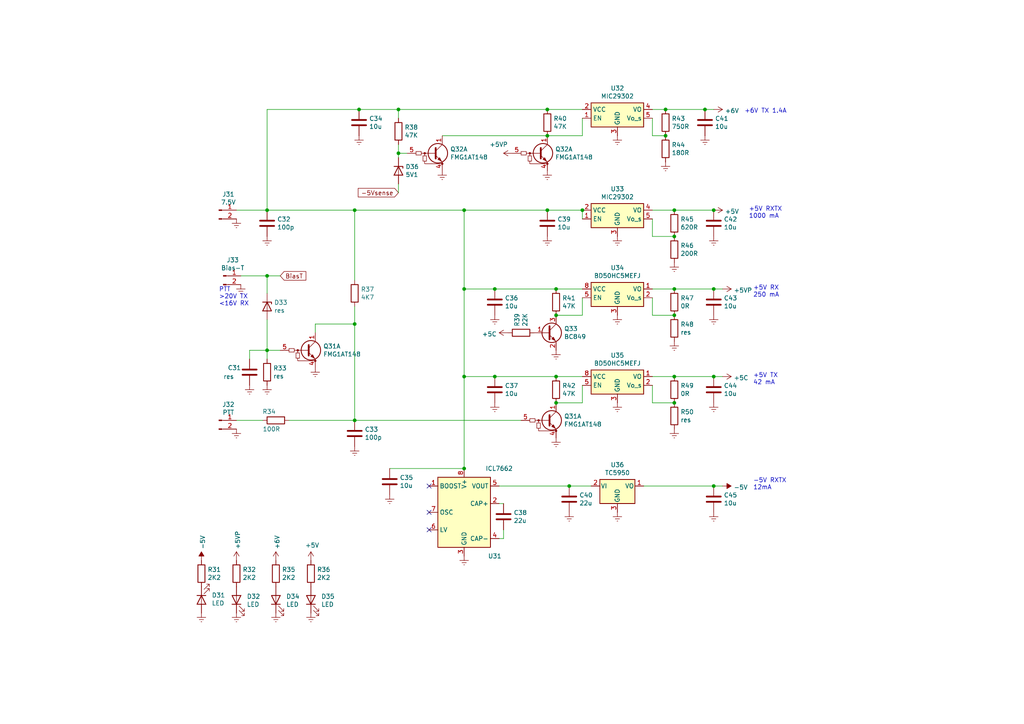
<source format=kicad_sch>
(kicad_sch (version 20211123) (generator eeschema)
  (paper "A4")
  (lib_symbols
    (symbol "Connector:Conn_01x02_Male" (pin_names (offset 1.016) hide)
      (property "Reference" "J" (at 0 2.54 0))
      (property "Value" "Conn_01x02_Male" (at 0 -5.08 0))
      (symbol "Conn_01x02_Male_1_1"
        (polyline (pts (xy 1.27 -2.54) (xy 0.8636 -2.54)) (stroke (width 0.1524)))
        (polyline (pts (xy 1.27 0) (xy 0.8636 0)) (stroke (width 0.1524)))
        (rectangle (start 0.8636 -2.413) (end 0 -2.667) (stroke (width 0.1524)) (fill (type outline)))
        (rectangle (start 0.8636 0.127) (end 0 -0.127) (stroke (width 0.1524)) (fill (type outline)))
        (pin passive line (at 5.08 0 180) (length 3.81) (name "Pin_1") (number "1"))
        (pin passive line (at 5.08 -2.54 180) (length 3.81) (name "Pin_2") (number "2"))
      )
    )
    (symbol "Converter_DCDC:TC7662Bx0A"
      (property "Reference" "U" (at -6.35 11.43 0))
      (property "Value" "TC7662Bx0A" (at 7.62 11.43 0))
      (symbol "TC7662Bx0A_0_1"
        (rectangle (start -7.62 10.16) (end 7.62 -10.16) (stroke (width 0.254)) (fill (type background)))
      )
      (symbol "TC7662Bx0A_1_1"
        (pin input line (at -10.16 7.62 0) (length 2.54) (name "BOOST") (number "1"))
        (pin passive line (at 10.16 2.54 180) (length 2.54) (name "CAP+") (number "2"))
        (pin power_in line (at 0 -12.7 90) (length 2.54) (name "GND") (number "3"))
        (pin passive line (at 10.16 -7.62 180) (length 2.54) (name "CAP-") (number "4"))
        (pin power_out line (at 10.16 7.62 180) (length 2.54) (name "VOUT") (number "5"))
        (pin input line (at -10.16 -5.08 0) (length 2.54) (name "LV") (number "6"))
        (pin passive line (at -10.16 0 0) (length 2.54) (name "OSC") (number "7"))
        (pin power_in line (at 0 12.7 270) (length 2.54) (name "V+") (number "8"))
      )
    )
    (symbol "Device:C" (pin_numbers hide) (pin_names (offset 0.254))
      (property "Reference" "C" (at 0.635 2.54 0))
      (property "Value" "C" (at 0.635 -2.54 0))
      (symbol "C_0_1"
        (polyline (pts (xy -2.032 -0.762) (xy 2.032 -0.762)) (stroke (width 0.508)))
        (polyline (pts (xy -2.032 0.762) (xy 2.032 0.762)) (stroke (width 0.508)))
      )
      (symbol "C_1_1"
        (pin passive line (at 0 3.81 270) (length 2.794) (name "~") (number "1"))
        (pin passive line (at 0 -3.81 90) (length 2.794) (name "~") (number "2"))
      )
    )
    (symbol "Device:D_Zener" (pin_numbers hide) (pin_names (offset 1.016) hide)
      (property "Reference" "D" (at 0 2.54 0))
      (property "Value" "D_Zener" (at 0 -2.54 0))
      (symbol "D_Zener_0_1"
        (polyline (pts (xy 1.27 0) (xy -1.27 0)))
        (polyline (pts (xy -1.27 -1.27) (xy -1.27 1.27) (xy -0.762 1.27)) (stroke (width 0.254)))
        (polyline (pts (xy 1.27 -1.27) (xy 1.27 1.27) (xy -1.27 0) (xy 1.27 -1.27)) (stroke (width 0.254)))
      )
      (symbol "D_Zener_1_1"
        (pin passive line (at -3.81 0 0) (length 2.54) (name "K") (number "1"))
        (pin passive line (at 3.81 0 180) (length 2.54) (name "A") (number "2"))
      )
    )
    (symbol "Device:LED" (pin_numbers hide) (pin_names (offset 1.016) hide)
      (property "Reference" "D" (at 0 2.54 0))
      (property "Value" "LED" (at 0 -2.54 0))
      (symbol "LED_0_1"
        (polyline (pts (xy -1.27 -1.27) (xy -1.27 1.27)) (stroke (width 0.254)))
        (polyline (pts (xy -1.27 0) (xy 1.27 0)))
        (polyline (pts (xy 1.27 -1.27) (xy 1.27 1.27) (xy -1.27 0) (xy 1.27 -1.27)) (stroke (width 0.254)))
        (polyline (pts (xy -3.048 -0.762) (xy -4.572 -2.286) (xy -3.81 -2.286) (xy -4.572 -2.286) (xy -4.572 -1.524)))
        (polyline (pts (xy -1.778 -0.762) (xy -3.302 -2.286) (xy -2.54 -2.286) (xy -3.302 -2.286) (xy -3.302 -1.524)))
      )
      (symbol "LED_1_1"
        (pin passive line (at -3.81 0 0) (length 2.54) (name "K") (number "1"))
        (pin passive line (at 3.81 0 180) (length 2.54) (name "A") (number "2"))
      )
    )
    (symbol "Device:R" (pin_numbers hide) (pin_names (offset 0))
      (property "Reference" "R" (at 2.032 0 90))
      (property "Value" "R" (at 0 0 90))
      (symbol "R_0_1"
        (rectangle (start -1.016 -2.54) (end 1.016 2.54) (stroke (width 0.254)))
      )
      (symbol "R_1_1"
        (pin passive line (at 0 3.81 270) (length 1.27) (name "~") (number "1"))
        (pin passive line (at 0 -3.81 90) (length 1.27) (name "~") (number "2"))
      )
    )
    (symbol "Maarten_Kicad5:FMG1" (pin_names hide)
      (property "Reference" "Q" (at 3.81 1.27 0))
      (property "Value" "Maarten_Kicad5_FMG1" (at 3.81 -1.27 0))
      (symbol "FMG1_0_1"
        (rectangle (start -6.35 0.508) (end -4.826 -0.508))
        (rectangle (start -4.318 -2.286) (end -3.302 -0.762))
        (circle (center -3.81 0) (radius 0.254) (fill (type outline)))
        (polyline (pts (xy -3.81 -0.762) (xy -3.81 0)))
        (polyline (pts (xy -0.762 0) (xy -4.826 0)))
        (polyline (pts (xy -0.635 1.524) (xy -0.635 -1.524)) (stroke (width 0.508)))
        (polyline (pts (xy -3.81 -2.286) (xy -3.81 -3.048) (xy 1.27 -3.048)))
        (circle (center 1.27 -3.048) (radius 0.254) (fill (type outline)))
      )
      (symbol "FMG1_1_1"
        (polyline (pts (xy -0.635 0.635) (xy 1.27 2.54)))
        (polyline (pts (xy -0.635 -0.635) (xy 1.27 -2.54) (xy 1.27 -2.54)))
        (polyline (pts (xy 0 -1.778) (xy 0.508 -1.27) (xy 1.016 -2.286) (xy 0 -1.778) (xy 0 -1.778)) (fill (type outline)))
        (circle (center 0 0) (radius 2.8194) (stroke (width 0.254)))
        (pin passive line (at 1.27 5.08 270) (length 2.54) (name "C1") (number "1"))
        (pin passive line (at 1.27 -5.08 90) (length 2.54) (name "E1") (number "4"))
        (pin input line (at -8.89 0 0) (length 2.54) (name "B1") (number "5"))
      )
      (symbol "FMG1_2_1"
        (polyline (pts (xy -0.635 0.635) (xy 1.27 2.54)))
        (polyline (pts (xy -0.635 -0.635) (xy 1.27 -2.54) (xy 1.27 -2.54)))
        (polyline (pts (xy 0 -1.778) (xy 0.508 -1.27) (xy 1.016 -2.286) (xy 0 -1.778) (xy 0 -1.778)) (fill (type outline)))
        (circle (center 0 0) (radius 2.8194) (stroke (width 0.254)))
        (pin passive line (at 1.27 5.08 270) (length 2.54) (name "C1") (number "2"))
        (pin input line (at -8.89 0 0) (length 2.54) (name "B1") (number "3"))
        (pin passive line (at 1.27 -5.08 90) (length 2.54) (name "E1") (number "4"))
      )
    )
    (symbol "Maarten_Kicad5:MIC29302"
      (property "Reference" "U" (at 0 6.35 0))
      (property "Value" "Maarten_Kicad5_MIC29302" (at 0 3.81 0))
      (symbol "MIC29302_1_1"
        (rectangle (start -7.62 -5.08) (end 7.62 1.905) (stroke (width 0.254)) (fill (type background)))
        (pin input line (at -10.16 -2.54 0) (length 2.54) (name "EN") (number "1"))
        (pin power_in line (at -10.16 0 0) (length 2.54) (name "VCC") (number "2"))
        (pin power_in line (at 0 -7.62 90) (length 2.54) (name "GND") (number "3"))
        (pin power_out line (at 10.16 0 180) (length 2.54) (name "VO") (number "4"))
        (pin input line (at 10.16 -2.54 180) (length 2.54) (name "Vo_s") (number "5"))
        (pin passive line (at 0 -7.62 90) (length 2.54) hide (name "GND") (number "6"))
      )
    )
    (symbol "Maarten_Kicad5:TC5950" (pin_names (offset 0.254))
      (property "Reference" "U" (at -3.81 -3.175 0))
      (property "Value" "Maarten_Kicad5_TC5950" (at 0 -3.175 0))
      (symbol "TC5950_0_1"
        (rectangle (start -5.08 5.08) (end 5.08 -1.905) (stroke (width 0.254)) (fill (type background)))
      )
      (symbol "TC5950_1_1"
        (pin power_out line (at 7.62 0 180) (length 2.54) (name "VO") (number "1"))
        (pin power_in line (at -7.62 0 0) (length 2.54) (name "VI") (number "2"))
        (pin power_in line (at 0 7.62 270) (length 2.54) (name "GND") (number "3"))
      )
    )
    (symbol "Regulator_Linear:BD60GA5WEFJ"
      (property "Reference" "U" (at 0 6.35 0))
      (property "Value" "BD60GA5WEFJ" (at 0 3.81 0))
      (symbol "BD60GA5WEFJ_1_1"
        (rectangle (start -7.62 -5.08) (end 7.62 1.905) (stroke (width 0.254)) (fill (type background)))
        (pin power_out line (at 10.16 0 180) (length 2.54) (name "VO") (number "1"))
        (pin input line (at 10.16 -2.54 180) (length 2.54) (name "Vo_s") (number "2"))
        (pin power_in line (at 0 -7.62 90) (length 2.54) (name "GND") (number "3"))
        (pin passive line (at 0 -7.62 90) (length 2.54) hide (name "GND") (number "4"))
        (pin input line (at -10.16 -2.54 0) (length 2.54) (name "EN") (number "5"))
        (pin passive line (at 0 -7.62 90) (length 2.54) hide (name "GND") (number "6"))
        (pin passive line (at 0 -7.62 90) (length 2.54) hide (name "GND") (number "7"))
        (pin power_in line (at -10.16 0 0) (length 2.54) (name "VCC") (number "8"))
        (pin passive line (at 0 -7.62 90) (length 2.54) hide (name "GND") (number "9"))
      )
    )
    (symbol "Transistor_BJT:BC849" (pin_names (offset 0) hide)
      (property "Reference" "Q" (at 5.08 1.905 0))
      (property "Value" "BC849" (at 5.08 0 0))
      (symbol "BC849_0_1"
        (polyline (pts (xy 0.635 0.635) (xy 2.54 2.54)))
        (polyline (pts (xy 0.635 -0.635) (xy 2.54 -2.54) (xy 2.54 -2.54)))
        (polyline (pts (xy 0.635 1.905) (xy 0.635 -1.905) (xy 0.635 -1.905)) (stroke (width 0.508)))
        (polyline (pts (xy 1.27 -1.778) (xy 1.778 -1.27) (xy 2.286 -2.286) (xy 1.27 -1.778) (xy 1.27 -1.778)) (fill (type outline)))
        (circle (center 1.27 0) (radius 2.8194) (stroke (width 0.254)))
      )
      (symbol "BC849_1_1"
        (pin input line (at -5.08 0 0) (length 5.715) (name "B") (number "1"))
        (pin passive line (at 2.54 -5.08 90) (length 2.54) (name "E") (number "2"))
        (pin passive line (at 2.54 5.08 270) (length 2.54) (name "C") (number "3"))
      )
    )
    (symbol "power:+5C" (power) (pin_names (offset 0))
      (property "Value" "+5C" (at 0 3.556 0))
      (symbol "+5C_0_1"
        (polyline (pts (xy -0.762 1.27) (xy 0 2.54)))
        (polyline (pts (xy 0 0) (xy 0 2.54)))
        (polyline (pts (xy 0 2.54) (xy 0.762 1.27)))
      )
      (symbol "+5C_1_1"
        (pin power_in line (at 0 0 90) (length 0) hide (name "+5C") (number "1"))
      )
    )
    (symbol "power:+5V" (power) (pin_names (offset 0))
      (property "Value" "+5V" (at 0 3.556 0))
      (symbol "+5V_0_1"
        (polyline (pts (xy -0.762 1.27) (xy 0 2.54)))
        (polyline (pts (xy 0 0) (xy 0 2.54)))
        (polyline (pts (xy 0 2.54) (xy 0.762 1.27)))
      )
      (symbol "+5V_1_1"
        (pin power_in line (at 0 0 90) (length 0) hide (name "+5V") (number "1"))
      )
    )
    (symbol "power:+5VP" (power) (pin_names (offset 0))
      (property "Value" "+5VP" (at 0 3.556 0))
      (symbol "+5VP_0_1"
        (polyline (pts (xy -0.762 1.27) (xy 0 2.54)))
        (polyline (pts (xy 0 0) (xy 0 2.54)))
        (polyline (pts (xy 0 2.54) (xy 0.762 1.27)))
      )
      (symbol "+5VP_1_1"
        (pin power_in line (at 0 0 90) (length 0) hide (name "+5VP") (number "1"))
      )
    )
    (symbol "power:+6V" (power) (pin_names (offset 0))
      (property "Value" "+6V" (at 0 3.556 0))
      (symbol "+6V_0_1"
        (polyline (pts (xy -0.762 1.27) (xy 0 2.54)))
        (polyline (pts (xy 0 0) (xy 0 2.54)))
        (polyline (pts (xy 0 2.54) (xy 0.762 1.27)))
      )
      (symbol "+6V_1_1"
        (pin power_in line (at 0 0 90) (length 0) hide (name "+6V") (number "1"))
      )
    )
    (symbol "power:-5V" (power) (pin_names (offset 0))
      (property "Value" "-5V" (at 0 3.81 0))
      (symbol "-5V_0_0"
        (pin power_in line (at 0 0 90) (length 0) hide (name "-5V") (number "1"))
      )
      (symbol "-5V_0_1"
        (polyline (pts (xy 0 0) (xy 0 1.27) (xy 0.762 1.27) (xy 0 2.54) (xy -0.762 1.27) (xy 0 1.27)) (fill (type outline)))
      )
    )
    (symbol "power:GNDREF" (power) (pin_names (offset 0))
      (property "Value" "GNDREF" (at 0 -3.81 0))
      (symbol "GNDREF_0_1"
        (polyline (pts (xy -0.635 -1.905) (xy 0.635 -1.905)))
        (polyline (pts (xy -0.127 -2.54) (xy 0.127 -2.54)))
        (polyline (pts (xy 0 -1.27) (xy 0 0)))
        (polyline (pts (xy 1.27 -1.27) (xy -1.27 -1.27)))
      )
      (symbol "GNDREF_1_1"
        (pin power_in line (at 0 0 270) (length 0) hide (name "GNDREF") (number "1"))
      )
    )
  )
  (junction (at 195.58 116.84))
  (junction (at 195.58 60.96))
  (junction (at 161.29 109.22))
  (junction (at 207.01 140.97))
  (junction (at 143.51 109.22))
  (junction (at 207.01 60.96))
  (junction (at 134.62 135.89))
  (junction (at 77.47 80.01))
  (junction (at 77.47 60.96))
  (junction (at 204.47 31.75))
  (junction (at 165.1 140.97))
  (junction (at 158.75 31.75))
  (junction (at 195.58 83.82))
  (junction (at 77.47 101.6))
  (junction (at 161.29 116.84))
  (junction (at 115.57 44.45))
  (junction (at 115.57 31.75))
  (junction (at 102.87 121.92))
  (junction (at 104.14 31.75))
  (junction (at 195.58 109.22))
  (junction (at 158.75 60.96))
  (junction (at 161.29 83.82))
  (junction (at 193.04 31.75))
  (junction (at 195.58 68.58))
  (junction (at 102.87 93.98))
  (junction (at 134.62 83.82))
  (junction (at 134.62 109.22))
  (junction (at 207.01 83.82))
  (junction (at 161.29 91.44))
  (junction (at 168.91 60.96))
  (junction (at 102.87 60.96))
  (junction (at 143.51 83.82))
  (junction (at 207.01 109.22))
  (junction (at 134.62 60.96))
  (junction (at 193.04 39.37))
  (junction (at 195.58 91.44))
  (junction (at 158.75 39.37))
  (no_connect (at 124.46 140.97))
  (no_connect (at 124.46 148.59))
  (no_connect (at 124.46 153.67))
  (wire (pts (xy 189.23 91.44) (xy 195.58 91.44)))
  (wire (pts (xy 168.91 111.76) (xy 168.91 116.84)))
  (wire (pts (xy 207.01 109.22) (xy 209.55 109.22)))
  (wire (pts (xy 77.47 31.75) (xy 104.14 31.75)))
  (wire (pts (xy 102.87 121.92) (xy 151.13 121.92)))
  (wire (pts (xy 189.23 31.75) (xy 193.04 31.75)))
  (wire (pts (xy 115.57 45.72) (xy 115.57 44.45)))
  (wire (pts (xy 168.91 116.84) (xy 161.29 116.84)))
  (wire (pts (xy 68.58 60.96) (xy 77.47 60.96)))
  (wire (pts (xy 77.47 31.75) (xy 77.47 60.96)))
  (wire (pts (xy 189.23 109.22) (xy 195.58 109.22)))
  (wire (pts (xy 195.58 60.96) (xy 207.01 60.96)))
  (wire (pts (xy 77.47 80.01) (xy 77.47 85.09)))
  (wire (pts (xy 102.87 81.28) (xy 102.87 60.96)))
  (wire (pts (xy 168.91 63.5) (xy 168.91 60.96)))
  (wire (pts (xy 115.57 31.75) (xy 115.57 34.29)))
  (wire (pts (xy 204.47 31.75) (xy 207.01 31.75)))
  (wire (pts (xy 72.39 104.14) (xy 72.39 101.6)))
  (wire (pts (xy 189.23 39.37) (xy 193.04 39.37)))
  (wire (pts (xy 195.58 83.82) (xy 207.01 83.82)))
  (wire (pts (xy 115.57 31.75) (xy 158.75 31.75)))
  (wire (pts (xy 168.91 91.44) (xy 161.29 91.44)))
  (wire (pts (xy 189.23 68.58) (xy 195.58 68.58)))
  (wire (pts (xy 146.05 153.67) (xy 146.05 156.21)))
  (wire (pts (xy 189.23 83.82) (xy 195.58 83.82)))
  (wire (pts (xy 77.47 60.96) (xy 102.87 60.96)))
  (wire (pts (xy 77.47 92.71) (xy 77.47 101.6)))
  (wire (pts (xy 134.62 60.96) (xy 134.62 83.82)))
  (wire (pts (xy 207.01 83.82) (xy 209.55 83.82)))
  (wire (pts (xy 154.94 96.52) (xy 153.67 96.52)))
  (wire (pts (xy 146.05 156.21) (xy 144.78 156.21)))
  (wire (pts (xy 134.62 83.82) (xy 143.51 83.82)))
  (wire (pts (xy 158.75 60.96) (xy 168.91 60.96)))
  (wire (pts (xy 134.62 109.22) (xy 134.62 135.89)))
  (wire (pts (xy 189.23 34.29) (xy 189.23 39.37)))
  (wire (pts (xy 134.62 83.82) (xy 134.62 109.22)))
  (wire (pts (xy 134.62 60.96) (xy 102.87 60.96)))
  (wire (pts (xy 189.23 116.84) (xy 195.58 116.84)))
  (wire (pts (xy 81.28 80.01) (xy 77.47 80.01)))
  (wire (pts (xy 189.23 111.76) (xy 189.23 116.84)))
  (wire (pts (xy 91.44 93.98) (xy 102.87 93.98)))
  (wire (pts (xy 102.87 121.92) (xy 83.82 121.92)))
  (wire (pts (xy 193.04 31.75) (xy 204.47 31.75)))
  (wire (pts (xy 189.23 86.36) (xy 189.23 91.44)))
  (wire (pts (xy 161.29 109.22) (xy 168.91 109.22)))
  (wire (pts (xy 102.87 88.9) (xy 102.87 93.98)))
  (wire (pts (xy 115.57 55.88) (xy 115.57 53.34)))
  (wire (pts (xy 115.57 41.91) (xy 115.57 44.45)))
  (wire (pts (xy 91.44 93.98) (xy 91.44 96.52)))
  (wire (pts (xy 186.69 140.97) (xy 207.01 140.97)))
  (wire (pts (xy 158.75 39.37) (xy 168.91 39.37)))
  (wire (pts (xy 144.78 146.05) (xy 146.05 146.05)))
  (wire (pts (xy 189.23 60.96) (xy 195.58 60.96)))
  (wire (pts (xy 207.01 140.97) (xy 209.55 140.97)))
  (wire (pts (xy 104.14 31.75) (xy 115.57 31.75)))
  (wire (pts (xy 102.87 93.98) (xy 102.87 121.92)))
  (wire (pts (xy 143.51 83.82) (xy 161.29 83.82)))
  (wire (pts (xy 168.91 86.36) (xy 168.91 91.44)))
  (wire (pts (xy 158.75 39.37) (xy 128.27 39.37)))
  (wire (pts (xy 77.47 101.6) (xy 81.28 101.6)))
  (wire (pts (xy 143.51 109.22) (xy 161.29 109.22)))
  (wire (pts (xy 161.29 83.82) (xy 168.91 83.82)))
  (wire (pts (xy 113.03 135.89) (xy 134.62 135.89)))
  (wire (pts (xy 72.39 101.6) (xy 77.47 101.6)))
  (wire (pts (xy 144.78 140.97) (xy 165.1 140.97)))
  (wire (pts (xy 195.58 109.22) (xy 207.01 109.22)))
  (wire (pts (xy 158.75 60.96) (xy 134.62 60.96)))
  (wire (pts (xy 76.2 121.92) (xy 68.58 121.92)))
  (wire (pts (xy 118.11 44.45) (xy 115.57 44.45)))
  (wire (pts (xy 158.75 31.75) (xy 168.91 31.75)))
  (wire (pts (xy 168.91 39.37) (xy 168.91 34.29)))
  (wire (pts (xy 189.23 63.5) (xy 189.23 68.58)))
  (wire (pts (xy 77.47 101.6) (xy 77.47 104.14)))
  (wire (pts (xy 69.85 80.01) (xy 77.47 80.01)))
  (wire (pts (xy 134.62 109.22) (xy 143.51 109.22)))
  (wire (pts (xy 165.1 140.97) (xy 171.45 140.97)))
  (text "+6V TX 1.4A" (at 215.9 33.02 0) (effects (font (size 1.27 1.27)) (justify left bottom)))
  (text "+5V RX\n250 mA" (at 218.44 86.36 0) (effects (font (size 1.27 1.27)) (justify left bottom)))
  (text "+5V RXTX\n1000 mA" (at 217.17 63.5 0) (effects (font (size 1.27 1.27)) (justify left bottom)))
  (text "PTT\n>20V TX\n<16V RX" (at 63.5 88.9 0) (effects (font (size 1.27 1.27)) (justify left bottom)))
  (text "+5V TX\n42 mA" (at 218.44 111.76 0) (effects (font (size 1.27 1.27)) (justify left bottom)))
  (text "-5V RXTX\n12mA" (at 218.44 142.24 0) (effects (font (size 1.27 1.27)) (justify left bottom)))
  (global_label "BiasT" (shape input) (at 81.28 80.01 0) (property "Intersheet References" "${INTERSHEET_REFS}" (effects hide)))
  (global_label "-5Vsense" (shape input) (at 115.57 55.88 180) (property "Intersheet References" "${INTERSHEET_REFS}" (effects hide)))
  (symbol (lib_id "Connector:Conn_01x02_Male") (at 63.5 121.92 0) (unit 1)
    (property "Reference" "J32" (at 66.2432 117.3226 0))
    (property "Value" "PTT" (at 66.2432 119.634 0))
    (property "Footprint" "my_library:KF301-2P-NP" (effects hide))
  )
  (symbol (lib_id "Converter_DCDC:TC7662Bx0A") (at 134.62 148.59 0) (unit 1)
    (property "Reference" "U31" (at 143.51 161.29 0))
    (property "Value" "ICL7662" (at 144.78 135.89 0))
    (property "Footprint" "Package_SO:SOIC-8_3.9x4.9mm_P1.27mm" (effects hide))
    (property "Datasheet" "http://ww1.microchip.com/downloads/en/DeviceDoc/21469a.pdf" (effects hide))
  )
  (symbol (lib_id "power:GNDREF") (at 68.58 124.46 0) (unit 1)
    (property "Reference" "#PWR0121" (effects hide))
    (property "Value" "GNDREF" (effects hide))
  )
  (symbol (lib_id "power:GNDREF") (at 134.62 161.29 0) (unit 1)
    (property "Reference" "#PWR0110" (effects hide))
    (property "Value" "GNDREF" (effects hide))
  )
  (symbol (lib_id "Device:R") (at 158.75 35.56 0) (unit 1)
    (property "Reference" "R40" (at 160.528 34.3916 0) (effects (justify left)))
    (property "Value" "47K" (at 160.528 36.703 0) (effects (justify left)))
    (property "Footprint" "Resistor_SMD:R_0805_2012Metric_Pad1.20x1.40mm_HandSolder" (effects hide))
  )
  (symbol (lib_id "Device:C") (at 146.05 149.86 0) (unit 1)
    (property "Reference" "C38" (at 148.971 148.6916 0) (effects (justify left)))
    (property "Value" "22u" (at 148.971 151.003 0) (effects (justify left)))
    (property "Footprint" "Capacitor_SMD:C_0805_2012Metric_Pad1.18x1.45mm_HandSolder" (effects hide))
  )
  (symbol (lib_id "Device:C") (at 165.1 144.78 0) (unit 1)
    (property "Reference" "C40" (at 168.021 143.6116 0) (effects (justify left)))
    (property "Value" "22u" (at 168.021 145.923 0) (effects (justify left)))
    (property "Footprint" "Capacitor_SMD:C_0805_2012Metric_Pad1.18x1.45mm_HandSolder" (effects hide))
  )
  (symbol (lib_id "Device:C") (at 113.03 139.7 0) (unit 1)
    (property "Reference" "C35" (at 115.951 138.5316 0) (effects (justify left)))
    (property "Value" "10u" (at 115.951 140.843 0) (effects (justify left)))
    (property "Footprint" "Capacitor_SMD:C_0805_2012Metric_Pad1.18x1.45mm_HandSolder" (effects hide))
  )
  (symbol (lib_id "power:GNDREF") (at 165.1 148.59 0) (unit 1)
    (property "Reference" "#PWR0162" (effects hide))
    (property "Value" "GNDREF" (effects hide))
  )
  (symbol (lib_id "power:GNDREF") (at 113.03 143.51 0) (unit 1)
    (property "Reference" "#PWR0111" (effects hide))
    (property "Value" "GNDREF" (effects hide))
  )
  (symbol (lib_id "Device:R") (at 115.57 38.1 0) (unit 1)
    (property "Reference" "R38" (at 117.348 36.9316 0) (effects (justify left)))
    (property "Value" "47K" (at 117.348 39.243 0) (effects (justify left)))
    (property "Footprint" "Resistor_SMD:R_0805_2012Metric_Pad1.20x1.40mm_HandSolder" (effects hide))
  )
  (symbol (lib_id "Device:D_Zener") (at 115.57 49.53 270) (unit 1)
    (property "Reference" "D36" (at 117.602 48.3616 90) (effects (justify left)))
    (property "Value" "5V1" (at 117.602 50.673 90) (effects (justify left)))
    (property "Footprint" "Resistor_SMD:R_0805_2012Metric_Pad1.20x1.40mm_HandSolder" (effects hide))
  )
  (symbol (lib_id "power:-5V") (at 209.55 140.97 270) (unit 1)
    (property "Reference" "#PWR077" (effects hide))
    (property "Value" "-5V" (at 212.8012 141.351 90) (effects (justify left)))
  )
  (symbol (lib_id "Device:C") (at 102.87 125.73 0) (unit 1)
    (property "Reference" "C33" (at 105.791 124.5616 0) (effects (justify left)))
    (property "Value" "100p" (at 105.791 126.873 0) (effects (justify left)))
    (property "Footprint" "Capacitor_SMD:C_0805_2012Metric_Pad1.18x1.45mm_HandSolder" (effects hide))
  )
  (symbol (lib_id "power:GNDREF") (at 102.87 129.54 0) (unit 1)
    (property "Reference" "#PWR0122" (effects hide))
    (property "Value" "GNDREF" (effects hide))
  )
  (symbol (lib_id "Connector:Conn_01x02_Male") (at 63.5 60.96 0) (unit 1)
    (property "Reference" "J31" (at 66.2432 56.3626 0))
    (property "Value" "7.5V" (at 66.2432 58.674 0))
    (property "Footprint" "my_library:KF301-2P-NP" (effects hide))
  )
  (symbol (lib_id "power:GNDREF") (at 68.58 63.5 0) (unit 1)
    (property "Reference" "#PWR0123" (effects hide))
    (property "Value" "GNDREF" (effects hide))
  )
  (symbol (lib_id "Device:C") (at 158.75 64.77 0) (unit 1)
    (property "Reference" "C39" (at 161.671 63.6016 0) (effects (justify left)))
    (property "Value" "10u" (at 161.671 65.913 0) (effects (justify left)))
    (property "Footprint" "Capacitor_SMD:C_0805_2012Metric_Pad1.18x1.45mm_HandSolder" (effects hide))
  )
  (symbol (lib_id "power:GNDREF") (at 158.75 68.58 0) (unit 1)
    (property "Reference" "#PWR0124" (effects hide))
    (property "Value" "GNDREF" (effects hide))
  )
  (symbol (lib_id "Device:C") (at 207.01 64.77 0) (unit 1)
    (property "Reference" "C42" (at 209.931 63.6016 0) (effects (justify left)))
    (property "Value" "10u" (at 209.931 65.913 0) (effects (justify left)))
    (property "Footprint" "Capacitor_SMD:C_0805_2012Metric_Pad1.18x1.45mm_HandSolder" (effects hide))
  )
  (symbol (lib_id "power:GNDREF") (at 207.01 68.58 0) (unit 1)
    (property "Reference" "#PWR071" (effects hide))
    (property "Value" "GNDREF" (effects hide))
  )
  (symbol (lib_id "power:+5V") (at 207.01 60.96 270) (unit 1)
    (property "Reference" "#PWR070" (effects hide))
    (property "Value" "+5V" (at 210.2612 61.341 90) (effects (justify left)))
  )
  (symbol (lib_id "power:GNDREF") (at 161.29 127 0) (unit 1)
    (property "Reference" "#PWR0120" (effects hide))
    (property "Value" "GNDREF" (effects hide))
  )
  (symbol (lib_id "Device:R") (at 77.47 107.95 0) (unit 1)
    (property "Reference" "R33" (at 79.248 106.7816 0) (effects (justify left)))
    (property "Value" "res" (at 79.248 109.093 0) (effects (justify left)))
    (property "Footprint" "Resistor_SMD:R_0805_2012Metric_Pad1.20x1.40mm_HandSolder" (effects hide))
  )
  (symbol (lib_id "power:GNDREF") (at 77.47 111.76 0) (unit 1)
    (property "Reference" "#PWR0125" (effects hide))
    (property "Value" "GNDREF" (effects hide))
  )
  (symbol (lib_id "Device:C") (at 72.39 107.95 0) (unit 1)
    (property "Reference" "C31" (at 66.04 106.68 0) (effects (justify left)))
    (property "Value" "res" (at 64.77 109.22 0) (effects (justify left)))
    (property "Footprint" "Capacitor_SMD:C_0805_2012Metric_Pad1.18x1.45mm_HandSolder" (effects hide))
  )
  (symbol (lib_id "power:GNDREF") (at 72.39 111.76 0) (unit 1)
    (property "Reference" "#PWR0126" (effects hide))
    (property "Value" "GNDREF" (effects hide))
  )
  (symbol (lib_id "power:+5VP") (at 209.55 83.82 270) (unit 1)
    (property "Reference" "#PWR075" (effects hide))
    (property "Value" "+5VP" (at 212.8012 84.201 90) (effects (justify left)))
  )
  (symbol (lib_id "Device:LED") (at 68.58 173.99 90) (unit 1)
    (property "Reference" "D32" (at 71.5772 172.9994 90) (effects (justify right)))
    (property "Value" "LED" (at 71.5772 175.3108 90) (effects (justify right)))
    (property "Footprint" "LED_SMD:LED_0805_2012Metric_Pad1.15x1.40mm_HandSolder" (effects hide))
  )
  (symbol (lib_id "power:GNDREF") (at 68.58 177.8 0) (unit 1)
    (property "Reference" "#PWR0112" (effects hide))
    (property "Value" "GNDREF" (effects hide))
  )
  (symbol (lib_id "Device:R") (at 68.58 166.37 0) (unit 1)
    (property "Reference" "R32" (at 70.358 165.2016 0) (effects (justify left)))
    (property "Value" "2K2" (at 70.358 167.513 0) (effects (justify left)))
    (property "Footprint" "Resistor_SMD:R_0805_2012Metric_Pad1.20x1.40mm_HandSolder" (effects hide))
  )
  (symbol (lib_id "Device:LED") (at 80.01 173.99 90) (unit 1)
    (property "Reference" "D34" (at 83.0072 172.9994 90) (effects (justify right)))
    (property "Value" "LED" (at 83.0072 175.3108 90) (effects (justify right)))
    (property "Footprint" "LED_SMD:LED_0805_2012Metric_Pad1.15x1.40mm_HandSolder" (effects hide))
  )
  (symbol (lib_id "power:GNDREF") (at 80.01 177.8 0) (unit 1)
    (property "Reference" "#PWR0113" (effects hide))
    (property "Value" "GNDREF" (effects hide))
  )
  (symbol (lib_id "Device:R") (at 80.01 166.37 0) (unit 1)
    (property "Reference" "R35" (at 81.788 165.2016 0) (effects (justify left)))
    (property "Value" "2K2" (at 81.788 167.513 0) (effects (justify left)))
    (property "Footprint" "Resistor_SMD:R_0805_2012Metric_Pad1.20x1.40mm_HandSolder" (effects hide))
  )
  (symbol (lib_id "power:+6V") (at 80.01 162.56 0) (unit 1)
    (property "Reference" "#PWR0114" (effects hide))
    (property "Value" "+6V" (at 80.391 159.3088 90) (effects (justify left)))
  )
  (symbol (lib_id "Device:LED") (at 58.42 173.99 90) (mirror x) (unit 1)
    (property "Reference" "D31" (at 61.4172 172.6438 90) (effects (justify right)))
    (property "Value" "LED" (at 61.4172 174.9552 90) (effects (justify right)))
    (property "Footprint" "LED_SMD:LED_0805_2012Metric_Pad1.15x1.40mm_HandSolder" (effects hide))
  )
  (symbol (lib_id "power:GNDREF") (at 58.42 177.8 0) (unit 1)
    (property "Reference" "#PWR0115" (effects hide))
    (property "Value" "GNDREF" (effects hide))
  )
  (symbol (lib_id "Device:R") (at 58.42 166.37 0) (unit 1)
    (property "Reference" "R31" (at 60.198 165.2016 0) (effects (justify left)))
    (property "Value" "2K2" (at 60.198 167.513 0) (effects (justify left)))
    (property "Footprint" "Resistor_SMD:R_0805_2012Metric_Pad1.20x1.40mm_HandSolder" (effects hide))
  )
  (symbol (lib_id "power:-5V") (at 58.42 162.56 0) (unit 1)
    (property "Reference" "#PWR0116" (effects hide))
    (property "Value" "-5V" (at 58.801 159.3088 90) (effects (justify left)))
  )
  (symbol (lib_id "Device:LED") (at 90.17 173.99 90) (unit 1)
    (property "Reference" "D35" (at 93.1672 172.9994 90) (effects (justify right)))
    (property "Value" "LED" (at 93.1672 175.3108 90) (effects (justify right)))
    (property "Footprint" "LED_SMD:LED_0805_2012Metric_Pad1.15x1.40mm_HandSolder" (effects hide))
  )
  (symbol (lib_id "power:GNDREF") (at 90.17 177.8 0) (unit 1)
    (property "Reference" "#PWR0117" (effects hide))
    (property "Value" "GNDREF" (effects hide))
  )
  (symbol (lib_id "Device:R") (at 90.17 166.37 0) (unit 1)
    (property "Reference" "R36" (at 91.948 165.2016 0) (effects (justify left)))
    (property "Value" "2K2" (at 91.948 167.513 0) (effects (justify left)))
    (property "Footprint" "Resistor_SMD:R_0805_2012Metric_Pad1.20x1.40mm_HandSolder" (effects hide))
  )
  (symbol (lib_id "Device:C") (at 204.47 35.56 0) (unit 1)
    (property "Reference" "C41" (at 207.391 34.3916 0) (effects (justify left)))
    (property "Value" "10u" (at 207.391 36.703 0) (effects (justify left)))
    (property "Footprint" "Capacitor_SMD:C_0805_2012Metric_Pad1.18x1.45mm_HandSolder" (effects hide))
  )
  (symbol (lib_id "power:GNDREF") (at 204.47 39.37 0) (unit 1)
    (property "Reference" "#PWR068" (effects hide))
    (property "Value" "GNDREF" (effects hide))
  )
  (symbol (lib_id "power:+6V") (at 207.01 31.75 270) (unit 1)
    (property "Reference" "#PWR069" (effects hide))
    (property "Value" "+6V" (at 210.2612 32.131 90) (effects (justify left)))
  )
  (symbol (lib_id "power:+5VP") (at 68.58 162.56 0) (unit 1)
    (property "Reference" "#PWR0118" (effects hide))
    (property "Value" "+5VP" (at 68.961 159.3088 90) (effects (justify left)))
  )
  (symbol (lib_id "Device:C") (at 207.01 144.78 0) (unit 1)
    (property "Reference" "C45" (at 209.931 143.6116 0) (effects (justify left)))
    (property "Value" "10u" (at 209.931 145.923 0) (effects (justify left)))
    (property "Footprint" "Capacitor_SMD:C_0805_2012Metric_Pad1.18x1.45mm_HandSolder" (effects hide))
  )
  (symbol (lib_id "power:GNDREF") (at 207.01 148.59 0) (unit 1)
    (property "Reference" "#PWR074" (effects hide))
    (property "Value" "GNDREF" (effects hide))
  )
  (symbol (lib_id "power:GNDREF") (at 179.07 148.59 0) (unit 1)
    (property "Reference" "#PWR063" (effects hide))
    (property "Value" "GNDREF" (effects hide))
  )
  (symbol (lib_id "Device:C") (at 77.47 64.77 0) (unit 1)
    (property "Reference" "C32" (at 80.391 63.6016 0) (effects (justify left)))
    (property "Value" "100p" (at 80.391 65.913 0) (effects (justify left)))
    (property "Footprint" "Capacitor_SMD:C_0805_2012Metric_Pad1.18x1.45mm_HandSolder" (effects hide))
  )
  (symbol (lib_id "power:GNDREF") (at 77.47 68.58 0) (unit 1)
    (property "Reference" "#PWR0127" (effects hide))
    (property "Value" "GNDREF" (effects hide))
  )
  (symbol (lib_id "Device:D_Zener") (at 77.47 88.9 270) (unit 1)
    (property "Reference" "D33" (at 79.502 87.7316 90) (effects (justify left)))
    (property "Value" "res" (at 79.502 90.043 90) (effects (justify left)))
    (property "Footprint" "Resistor_SMD:R_0805_2012Metric_Pad1.20x1.40mm_HandSolder" (effects hide))
  )
  (symbol (lib_id "power:+5C") (at 209.55 109.22 270) (unit 1)
    (property "Reference" "#PWR076" (effects hide))
    (property "Value" "+5C" (at 212.8012 109.601 90) (effects (justify left)))
  )
  (symbol (lib_id "power:GNDREF") (at 91.44 106.68 0) (unit 1)
    (property "Reference" "#PWR0128" (effects hide))
    (property "Value" "GNDREF" (effects hide))
  )
  (symbol (lib_id "power:GNDREF") (at 179.07 39.37 0) (unit 1)
    (property "Reference" "#PWR059" (effects hide))
    (property "Value" "GNDREF" (effects hide))
  )
  (symbol (lib_id "power:+5V") (at 90.17 162.56 0) (unit 1)
    (property "Reference" "#PWR0119" (effects hide))
    (property "Value" "+5V" (at 90.551 158.1658 0))
  )
  (symbol (lib_id "power:GNDREF") (at 179.07 68.58 0) (unit 1)
    (property "Reference" "#PWR060" (effects hide))
    (property "Value" "GNDREF" (effects hide))
  )
  (symbol (lib_id "power:GNDREF") (at 158.75 49.53 0) (unit 1)
    (property "Reference" "#PWR0129" (effects hide))
    (property "Value" "GNDREF" (effects hide))
  )
  (symbol (lib_id "Device:R") (at 102.87 85.09 0) (unit 1)
    (property "Reference" "R37" (at 104.648 83.9216 0) (effects (justify left)))
    (property "Value" "4K7" (at 104.648 86.233 0) (effects (justify left)))
    (property "Footprint" "Resistor_SMD:R_0805_2012Metric_Pad1.20x1.40mm_HandSolder" (effects hide))
  )
  (symbol (lib_id "Device:R") (at 80.01 121.92 90) (unit 1)
    (property "Reference" "R34" (at 80.01 119.38 90) (effects (justify left)))
    (property "Value" "100R" (at 81.28 124.46 90) (effects (justify left)))
    (property "Footprint" "Resistor_SMD:R_0805_2012Metric_Pad1.20x1.40mm_HandSolder" (effects hide))
  )
  (symbol (lib_id "Maarten_Kicad5:TC5950") (at 179.07 140.97 0) (mirror x) (unit 1)
    (property "Reference" "U36" (at 179.07 134.8232 0))
    (property "Value" "TC5950" (at 179.07 137.1346 0))
    (property "Footprint" "Package_TO_SOT_SMD:SOT-23" (effects hide))
  )
  (symbol (lib_id "Device:C") (at 143.51 87.63 0) (unit 1)
    (property "Reference" "C36" (at 146.431 86.4616 0) (effects (justify left)))
    (property "Value" "10u" (at 146.431 88.773 0) (effects (justify left)))
    (property "Footprint" "Capacitor_SMD:C_0805_2012Metric_Pad1.18x1.45mm_HandSolder" (effects hide))
  )
  (symbol (lib_id "power:GNDREF") (at 143.51 91.44 0) (unit 1)
    (property "Reference" "#PWR0155" (effects hide))
    (property "Value" "GNDREF" (effects hide))
  )
  (symbol (lib_id "Device:C") (at 143.51 113.03 0) (unit 1)
    (property "Reference" "C37" (at 146.431 111.8616 0) (effects (justify left)))
    (property "Value" "10u" (at 146.431 114.173 0) (effects (justify left)))
    (property "Footprint" "Capacitor_SMD:C_0805_2012Metric_Pad1.18x1.45mm_HandSolder" (effects hide))
  )
  (symbol (lib_id "power:GNDREF") (at 143.51 116.84 0) (unit 1)
    (property "Reference" "#PWR0156" (effects hide))
    (property "Value" "GNDREF" (effects hide))
  )
  (symbol (lib_id "Maarten_Kicad5:MIC29302") (at 179.07 31.75 0) (unit 1)
    (property "Reference" "U32" (at 179.07 25.6032 0))
    (property "Value" "MIC29302" (at 179.07 27.9146 0))
    (property "Footprint" "Package_TO_SOT_SMD:TO-263-5_TabPin6" (effects hide))
  )
  (symbol (lib_id "Device:R") (at 193.04 35.56 0) (unit 1)
    (property "Reference" "R43" (at 194.818 34.3916 0) (effects (justify left)))
    (property "Value" "750R" (at 194.818 36.703 0) (effects (justify left)))
    (property "Footprint" "Resistor_SMD:R_0805_2012Metric_Pad1.20x1.40mm_HandSolder" (effects hide))
  )
  (symbol (lib_id "Device:R") (at 193.04 43.18 0) (unit 1)
    (property "Reference" "R44" (at 194.818 42.0116 0) (effects (justify left)))
    (property "Value" "180R" (at 194.818 44.323 0) (effects (justify left)))
    (property "Footprint" "Resistor_SMD:R_0805_2012Metric_Pad1.20x1.40mm_HandSolder" (effects hide))
  )
  (symbol (lib_id "power:GNDREF") (at 193.04 46.99 0) (unit 1)
    (property "Reference" "#PWR064" (effects hide))
    (property "Value" "GNDREF" (effects hide))
  )
  (symbol (lib_id "Maarten_Kicad5:MIC29302") (at 179.07 60.96 0) (unit 1)
    (property "Reference" "U33" (at 179.07 54.8132 0))
    (property "Value" "MIC29302" (at 179.07 57.1246 0))
    (property "Footprint" "Package_TO_SOT_SMD:TO-263-5_TabPin6" (effects hide))
  )
  (symbol (lib_id "Device:C") (at 104.14 35.56 0) (unit 1)
    (property "Reference" "C34" (at 107.061 34.3916 0) (effects (justify left)))
    (property "Value" "10u" (at 107.061 36.703 0) (effects (justify left)))
    (property "Footprint" "Capacitor_SMD:C_0805_2012Metric_Pad1.18x1.45mm_HandSolder" (effects hide))
  )
  (symbol (lib_id "power:GNDREF") (at 104.14 39.37 0) (unit 1)
    (property "Reference" "#PWR0130" (effects hide))
    (property "Value" "GNDREF" (effects hide))
  )
  (symbol (lib_id "Device:R") (at 195.58 64.77 0) (unit 1)
    (property "Reference" "R45" (at 197.358 63.6016 0) (effects (justify left)))
    (property "Value" "620R" (at 197.358 65.913 0) (effects (justify left)))
    (property "Footprint" "Resistor_SMD:R_0805_2012Metric_Pad1.20x1.40mm_HandSolder" (effects hide))
  )
  (symbol (lib_id "Device:R") (at 195.58 72.39 0) (unit 1)
    (property "Reference" "R46" (at 197.358 71.2216 0) (effects (justify left)))
    (property "Value" "200R" (at 197.358 73.533 0) (effects (justify left)))
    (property "Footprint" "Resistor_SMD:R_0805_2012Metric_Pad1.20x1.40mm_HandSolder" (effects hide))
  )
  (symbol (lib_id "power:GNDREF") (at 195.58 76.2 0) (unit 1)
    (property "Reference" "#PWR065" (effects hide))
    (property "Value" "GNDREF" (effects hide))
  )
  (symbol (lib_id "power:+5VP") (at 148.59 44.45 90) (mirror x) (unit 1)
    (property "Reference" "#PWR0147" (effects hide))
    (property "Value" "+5VP" (at 147.32 41.91 90) (effects (justify left)))
  )
  (symbol (lib_id "Device:R") (at 161.29 87.63 0) (unit 1)
    (property "Reference" "R41" (at 163.068 86.4616 0) (effects (justify left)))
    (property "Value" "47K" (at 163.068 88.773 0) (effects (justify left)))
    (property "Footprint" "Resistor_SMD:R_0805_2012Metric_Pad1.20x1.40mm_HandSolder" (effects hide))
  )
  (symbol (lib_id "Transistor_BJT:BC849") (at 158.75 96.52 0) (unit 1)
    (property "Reference" "Q33" (at 163.6014 95.3516 0) (effects (justify left)))
    (property "Value" "BC849" (at 163.6014 97.663 0) (effects (justify left)))
    (property "Footprint" "Package_TO_SOT_SMD:SOT-23" (effects hide))
    (property "Datasheet" "http://www.infineon.com/dgdl/Infineon-BC847SERIES_BC848SERIES_BC849SERIES_BC850SERIES-DS-v01_01-en.pdf?fileId=db3a304314dca389011541d4630a1657" (effects hide))
  )
  (symbol (lib_id "Device:R") (at 151.13 96.52 90) (unit 1)
    (property "Reference" "R39" (at 149.9616 94.742 0) (effects (justify left)))
    (property "Value" "22K" (at 152.273 94.742 0) (effects (justify left)))
    (property "Footprint" "Resistor_SMD:R_0805_2012Metric_Pad1.20x1.40mm_HandSolder" (effects hide))
  )
  (symbol (lib_id "power:GNDREF") (at 161.29 101.6 0) (unit 1)
    (property "Reference" "#PWR0148" (effects hide))
    (property "Value" "GNDREF" (effects hide))
  )
  (symbol (lib_id "power:GNDREF") (at 179.07 91.44 0) (unit 1)
    (property "Reference" "#PWR061" (effects hide))
    (property "Value" "GNDREF" (effects hide))
  )
  (symbol (lib_id "power:GNDREF") (at 207.01 91.44 0) (unit 1)
    (property "Reference" "#PWR072" (effects hide))
    (property "Value" "GNDREF" (effects hide))
  )
  (symbol (lib_id "Device:C") (at 207.01 87.63 0) (unit 1)
    (property "Reference" "C43" (at 209.931 86.4616 0) (effects (justify left)))
    (property "Value" "10u" (at 209.931 88.773 0) (effects (justify left)))
    (property "Footprint" "Capacitor_SMD:C_0805_2012Metric_Pad1.18x1.45mm_HandSolder" (effects hide))
  )
  (symbol (lib_id "Regulator_Linear:BD60GA5WEFJ") (at 179.07 83.82 0) (unit 1)
    (property "Reference" "U34" (at 179.07 77.6732 0))
    (property "Value" "BD50HC5MEFJ" (at 179.07 79.9846 0))
    (property "Footprint" "Package_SO:HTSOP-8-1EP_3.9x4.9mm_P1.27mm_EP2.4x3.2mm" (effects hide))
    (property "Datasheet" "http://rohmfs.rohm.com/en/products/databook/datasheet/ic/power/linear_regulator/bdxxga5wefj-e.pdf" (effects hide))
  )
  (symbol (lib_id "Device:R") (at 195.58 87.63 0) (unit 1)
    (property "Reference" "R47" (at 197.358 86.4616 0) (effects (justify left)))
    (property "Value" "0R" (at 197.358 88.773 0) (effects (justify left)))
    (property "Footprint" "Resistor_SMD:R_0805_2012Metric_Pad1.20x1.40mm_HandSolder" (effects hide))
  )
  (symbol (lib_id "Device:R") (at 195.58 95.25 0) (unit 1)
    (property "Reference" "R48" (at 197.358 94.0816 0) (effects (justify left)))
    (property "Value" "res" (at 197.358 96.393 0) (effects (justify left)))
    (property "Footprint" "Resistor_SMD:R_0805_2012Metric_Pad1.20x1.40mm_HandSolder" (effects hide))
  )
  (symbol (lib_id "power:GNDREF") (at 195.58 99.06 0) (unit 1)
    (property "Reference" "#PWR066" (effects hide))
    (property "Value" "GNDREF" (effects hide))
  )
  (symbol (lib_id "Device:R") (at 161.29 113.03 0) (unit 1)
    (property "Reference" "R42" (at 163.068 111.8616 0) (effects (justify left)))
    (property "Value" "47K" (at 163.068 114.173 0) (effects (justify left)))
    (property "Footprint" "Resistor_SMD:R_0805_2012Metric_Pad1.20x1.40mm_HandSolder" (effects hide))
  )
  (symbol (lib_id "power:GNDREF") (at 179.07 116.84 0) (unit 1)
    (property "Reference" "#PWR062" (effects hide))
    (property "Value" "GNDREF" (effects hide))
  )
  (symbol (lib_id "power:GNDREF") (at 207.01 116.84 0) (unit 1)
    (property "Reference" "#PWR073" (effects hide))
    (property "Value" "GNDREF" (effects hide))
  )
  (symbol (lib_id "Device:C") (at 207.01 113.03 0) (unit 1)
    (property "Reference" "C44" (at 209.931 111.8616 0) (effects (justify left)))
    (property "Value" "10u" (at 209.931 114.173 0) (effects (justify left)))
    (property "Footprint" "Capacitor_SMD:C_0805_2012Metric_Pad1.18x1.45mm_HandSolder" (effects hide))
  )
  (symbol (lib_id "Regulator_Linear:BD60GA5WEFJ") (at 179.07 109.22 0) (unit 1)
    (property "Reference" "U35" (at 179.07 103.0732 0))
    (property "Value" "BD50HC5MEFJ" (at 179.07 105.3846 0))
    (property "Footprint" "Package_SO:HTSOP-8-1EP_3.9x4.9mm_P1.27mm_EP2.4x3.2mm" (effects hide))
    (property "Datasheet" "http://rohmfs.rohm.com/en/products/databook/datasheet/ic/power/linear_regulator/bdxxga5wefj-e.pdf" (effects hide))
  )
  (symbol (lib_id "Device:R") (at 195.58 113.03 0) (unit 1)
    (property "Reference" "R49" (at 197.358 111.8616 0) (effects (justify left)))
    (property "Value" "0R" (at 197.358 114.173 0) (effects (justify left)))
    (property "Footprint" "Resistor_SMD:R_0805_2012Metric_Pad1.20x1.40mm_HandSolder" (effects hide))
  )
  (symbol (lib_id "Device:R") (at 195.58 120.65 0) (unit 1)
    (property "Reference" "R50" (at 197.358 119.4816 0) (effects (justify left)))
    (property "Value" "res" (at 197.358 121.793 0) (effects (justify left)))
    (property "Footprint" "Resistor_SMD:R_0805_2012Metric_Pad1.20x1.40mm_HandSolder" (effects hide))
  )
  (symbol (lib_id "power:GNDREF") (at 195.58 124.46 0) (unit 1)
    (property "Reference" "#PWR067" (effects hide))
    (property "Value" "GNDREF" (effects hide))
  )
  (symbol (lib_id "Connector:Conn_01x02_Male") (at 64.77 80.01 0) (unit 1)
    (property "Reference" "J33" (at 67.5132 75.4126 0))
    (property "Value" "Bias-T" (at 67.5132 77.724 0))
    (property "Footprint" "my_library:KF301-2P-NP" (effects hide))
  )
  (symbol (lib_id "power:GNDREF") (at 69.85 82.55 0) (unit 1)
    (property "Reference" "#PWR0164" (effects hide))
    (property "Value" "GNDREF" (effects hide))
  )
  (symbol (lib_id "power:+5C") (at 147.32 96.52 90) (mirror x) (unit 1)
    (property "Reference" "#PWR0153" (effects hide))
    (property "Value" "+5C" (at 144.0688 96.901 90) (effects (justify left)))
  )
  (symbol (lib_id "power:GNDREF") (at 128.27 49.53 0) (unit 1)
    (property "Reference" "#PWR0154" (effects hide))
    (property "Value" "GNDREF" (effects hide))
  )
  (symbol (lib_id "Maarten_Kicad5:FMG1") (at 157.48 44.45 0) (unit 1)
    (property "Reference" "Q32" (at 161.036 43.2816 0) (effects (justify left)))
    (property "Value" "FMG1AT148" (at 161.036 45.593 0) (effects (justify left)))
    (property "Footprint" "my_library:SOT-25_HandSoldering" (effects hide))
  )
  (symbol (lib_id "Maarten_Kicad5:FMG1") (at 127 44.45 0) (unit 1)
    (property "Reference" "Q32" (at 130.5814 43.2816 0) (effects (justify left)))
    (property "Value" "FMG1AT148" (at 130.5814 45.593 0) (effects (justify left)))
    (property "Footprint" "my_library:SOT-25_HandSoldering" (effects hide))
  )
  (symbol (lib_id "Maarten_Kicad5:FMG1") (at 90.17 101.6 0) (unit 1)
    (property "Reference" "Q31" (at 93.7514 100.4316 0) (effects (justify left)))
    (property "Value" "FMG1AT148" (at 93.7514 102.743 0) (effects (justify left)))
    (property "Footprint" "my_library:SOT-25_HandSoldering" (effects hide))
  )
  (symbol (lib_id "Maarten_Kicad5:FMG1") (at 160.02 121.92 0) (unit 1)
    (property "Reference" "Q31" (at 163.6014 120.7516 0) (effects (justify left)))
    (property "Value" "FMG1AT148" (at 163.6014 123.063 0) (effects (justify left)))
    (property "Footprint" "my_library:SOT-25_HandSoldering" (effects hide))
  )
)
</source>
